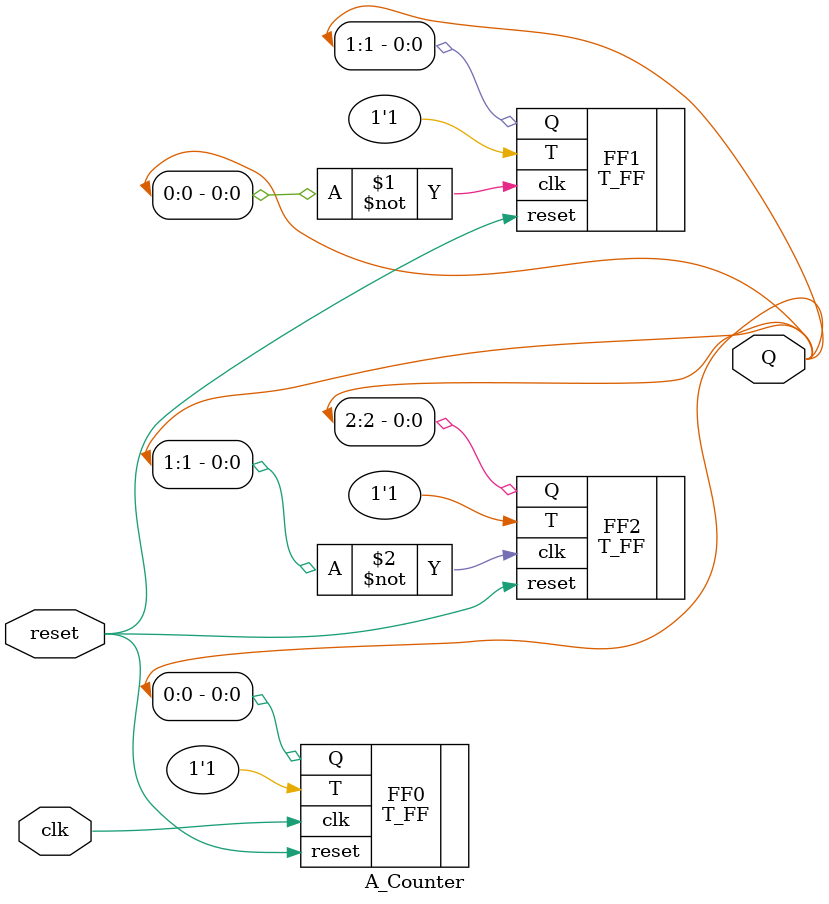
<source format=v>
module A_Counter
(
	input reset , clk,
	output [2:0]Q
);
	T_FF FF0 
	(
		.clk(clk),
		.reset(reset),
		.T(1'b1),
		.Q(Q[0])
	);
	T_FF FF1 
	(
		.clk(~Q[0]),
		.reset(reset),
		.T(1'b1),
		.Q(Q[1])
	);
	T_FF FF2 
	(
		.clk(~Q[1]),
		.reset(reset),
		.T(1'b1),
		.Q(Q[2])
	);

endmodule

</source>
